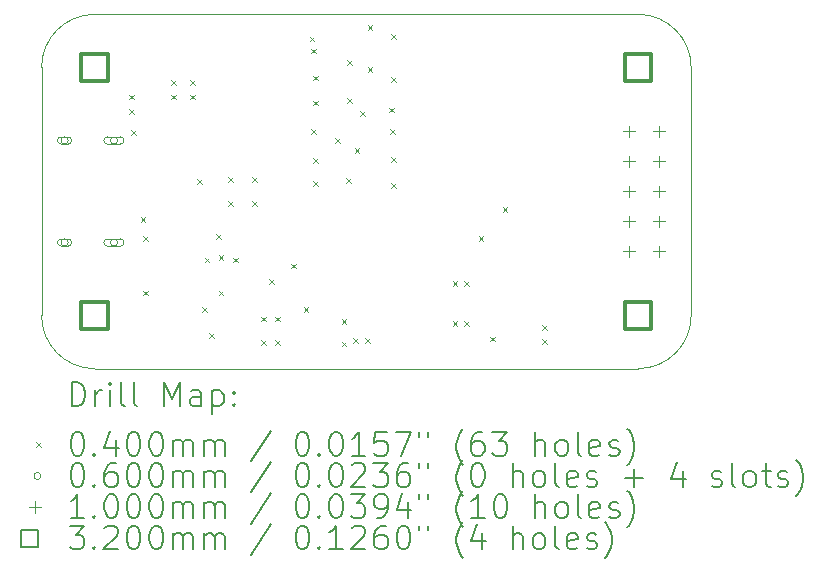
<source format=gbr>
%TF.GenerationSoftware,KiCad,Pcbnew,7.0.10*%
%TF.CreationDate,2024-01-22T13:51:18-08:00*%
%TF.ProjectId,esp32-prog,65737033-322d-4707-926f-672e6b696361,rev2*%
%TF.SameCoordinates,PX47868c0PY36d6160*%
%TF.FileFunction,Drillmap*%
%TF.FilePolarity,Positive*%
%FSLAX45Y45*%
G04 Gerber Fmt 4.5, Leading zero omitted, Abs format (unit mm)*
G04 Created by KiCad (PCBNEW 7.0.10) date 2024-01-22 13:51:18*
%MOMM*%
%LPD*%
G01*
G04 APERTURE LIST*
%ADD10C,0.100000*%
%ADD11C,0.200000*%
%ADD12C,0.320000*%
G04 APERTURE END LIST*
D10*
X0Y-2550000D02*
G75*
G03*
X450000Y-3000000I450000J0D01*
G01*
X5050000Y0D02*
X450000Y0D01*
X5500000Y-450000D02*
X5500000Y-2550000D01*
X5500000Y-450000D02*
G75*
G03*
X5050000Y0I-450000J0D01*
G01*
X0Y-2550000D02*
X0Y-450000D01*
X450000Y0D02*
G75*
G03*
X0Y-450000I0J-450000D01*
G01*
X5050000Y-3000000D02*
G75*
G03*
X5500000Y-2550000I0J450000D01*
G01*
X5050000Y-3000000D02*
X450000Y-3000000D01*
D11*
D10*
X740000Y-680000D02*
X780000Y-720000D01*
X780000Y-680000D02*
X740000Y-720000D01*
X740000Y-800000D02*
X780000Y-840000D01*
X780000Y-800000D02*
X740000Y-840000D01*
X760000Y-980000D02*
X800000Y-1020000D01*
X800000Y-980000D02*
X760000Y-1020000D01*
X840000Y-1720000D02*
X880000Y-1760000D01*
X880000Y-1720000D02*
X840000Y-1760000D01*
X860000Y-1880000D02*
X900000Y-1920000D01*
X900000Y-1880000D02*
X860000Y-1920000D01*
X860000Y-2340000D02*
X900000Y-2380000D01*
X900000Y-2340000D02*
X860000Y-2380000D01*
X1100000Y-560000D02*
X1140000Y-600000D01*
X1140000Y-560000D02*
X1100000Y-600000D01*
X1100000Y-680000D02*
X1140000Y-720000D01*
X1140000Y-680000D02*
X1100000Y-720000D01*
X1260000Y-560000D02*
X1300000Y-600000D01*
X1300000Y-560000D02*
X1260000Y-600000D01*
X1260000Y-680000D02*
X1300000Y-720000D01*
X1300000Y-680000D02*
X1260000Y-720000D01*
X1315000Y-1397500D02*
X1355000Y-1437500D01*
X1355000Y-1397500D02*
X1315000Y-1437500D01*
X1360000Y-2480000D02*
X1400000Y-2520000D01*
X1400000Y-2480000D02*
X1360000Y-2520000D01*
X1380000Y-2060000D02*
X1420000Y-2100000D01*
X1420000Y-2060000D02*
X1380000Y-2100000D01*
X1420000Y-2700000D02*
X1460000Y-2740000D01*
X1460000Y-2700000D02*
X1420000Y-2740000D01*
X1480000Y-1860000D02*
X1520000Y-1900000D01*
X1520000Y-1860000D02*
X1480000Y-1900000D01*
X1500000Y-2040000D02*
X1540000Y-2080000D01*
X1540000Y-2040000D02*
X1500000Y-2080000D01*
X1500000Y-2340000D02*
X1540000Y-2380000D01*
X1540000Y-2340000D02*
X1500000Y-2380000D01*
X1580000Y-1380000D02*
X1620000Y-1420000D01*
X1620000Y-1380000D02*
X1580000Y-1420000D01*
X1580000Y-1580000D02*
X1620000Y-1620000D01*
X1620000Y-1580000D02*
X1580000Y-1620000D01*
X1620000Y-2060000D02*
X1660000Y-2100000D01*
X1660000Y-2060000D02*
X1620000Y-2100000D01*
X1780000Y-1380000D02*
X1820000Y-1420000D01*
X1820000Y-1380000D02*
X1780000Y-1420000D01*
X1780000Y-1580000D02*
X1820000Y-1620000D01*
X1820000Y-1580000D02*
X1780000Y-1620000D01*
X1860000Y-2560000D02*
X1900000Y-2600000D01*
X1900000Y-2560000D02*
X1860000Y-2600000D01*
X1860000Y-2760000D02*
X1900000Y-2800000D01*
X1900000Y-2760000D02*
X1860000Y-2800000D01*
X1927500Y-2240000D02*
X1967500Y-2280000D01*
X1967500Y-2240000D02*
X1927500Y-2280000D01*
X1980000Y-2560000D02*
X2020000Y-2600000D01*
X2020000Y-2560000D02*
X1980000Y-2600000D01*
X1980000Y-2760000D02*
X2020000Y-2800000D01*
X2020000Y-2760000D02*
X1980000Y-2800000D01*
X2112500Y-2110000D02*
X2152500Y-2150000D01*
X2152500Y-2110000D02*
X2112500Y-2150000D01*
X2220000Y-2480000D02*
X2260000Y-2520000D01*
X2260000Y-2480000D02*
X2220000Y-2520000D01*
X2270000Y-190000D02*
X2310000Y-230000D01*
X2310000Y-190000D02*
X2270000Y-230000D01*
X2280000Y-290000D02*
X2320000Y-330000D01*
X2320000Y-290000D02*
X2280000Y-330000D01*
X2280000Y-970000D02*
X2320000Y-1010000D01*
X2320000Y-970000D02*
X2280000Y-1010000D01*
X2300000Y-520000D02*
X2340000Y-560000D01*
X2340000Y-520000D02*
X2300000Y-560000D01*
X2300000Y-730000D02*
X2340000Y-770000D01*
X2340000Y-730000D02*
X2300000Y-770000D01*
X2300000Y-1220000D02*
X2340000Y-1260000D01*
X2340000Y-1220000D02*
X2300000Y-1260000D01*
X2300000Y-1410000D02*
X2340000Y-1450000D01*
X2340000Y-1410000D02*
X2300000Y-1450000D01*
X2488000Y-1050000D02*
X2528000Y-1090000D01*
X2528000Y-1050000D02*
X2488000Y-1090000D01*
X2540000Y-2580000D02*
X2580000Y-2620000D01*
X2580000Y-2580000D02*
X2540000Y-2620000D01*
X2540000Y-2771000D02*
X2580000Y-2811000D01*
X2580000Y-2771000D02*
X2540000Y-2811000D01*
X2580000Y-1390000D02*
X2620000Y-1430000D01*
X2620000Y-1390000D02*
X2580000Y-1430000D01*
X2590000Y-390000D02*
X2630000Y-430000D01*
X2630000Y-390000D02*
X2590000Y-430000D01*
X2590000Y-710000D02*
X2630000Y-750000D01*
X2630000Y-710000D02*
X2590000Y-750000D01*
X2640000Y-2740000D02*
X2680000Y-2780000D01*
X2680000Y-2740000D02*
X2640000Y-2780000D01*
X2650000Y-1130000D02*
X2690000Y-1170000D01*
X2690000Y-1130000D02*
X2650000Y-1170000D01*
X2700000Y-820000D02*
X2740000Y-860000D01*
X2740000Y-820000D02*
X2700000Y-860000D01*
X2740000Y-2740000D02*
X2780000Y-2780000D01*
X2780000Y-2740000D02*
X2740000Y-2780000D01*
X2760000Y-90000D02*
X2800000Y-130000D01*
X2800000Y-90000D02*
X2760000Y-130000D01*
X2760000Y-450000D02*
X2800000Y-490000D01*
X2800000Y-450000D02*
X2760000Y-490000D01*
X2940000Y-790000D02*
X2980000Y-830000D01*
X2980000Y-790000D02*
X2940000Y-830000D01*
X2950000Y-970000D02*
X2990000Y-1010000D01*
X2990000Y-970000D02*
X2950000Y-1010000D01*
X2960000Y-167140D02*
X3000000Y-207140D01*
X3000000Y-167140D02*
X2960000Y-207140D01*
X2960000Y-530000D02*
X3000000Y-570000D01*
X3000000Y-530000D02*
X2960000Y-570000D01*
X2960000Y-1210000D02*
X3000000Y-1250000D01*
X3000000Y-1210000D02*
X2960000Y-1250000D01*
X2960000Y-1430000D02*
X3000000Y-1470000D01*
X3000000Y-1430000D02*
X2960000Y-1470000D01*
X3480000Y-2260000D02*
X3520000Y-2300000D01*
X3520000Y-2260000D02*
X3480000Y-2300000D01*
X3480000Y-2600000D02*
X3520000Y-2640000D01*
X3520000Y-2600000D02*
X3480000Y-2640000D01*
X3580000Y-2260000D02*
X3620000Y-2300000D01*
X3620000Y-2260000D02*
X3580000Y-2300000D01*
X3580000Y-2600000D02*
X3620000Y-2640000D01*
X3620000Y-2600000D02*
X3580000Y-2640000D01*
X3700000Y-1880000D02*
X3740000Y-1920000D01*
X3740000Y-1880000D02*
X3700000Y-1920000D01*
X3799949Y-2729555D02*
X3839949Y-2769555D01*
X3839949Y-2729555D02*
X3799949Y-2769555D01*
X3905000Y-1630000D02*
X3945000Y-1670000D01*
X3945000Y-1630000D02*
X3905000Y-1670000D01*
X4240000Y-2630000D02*
X4280000Y-2670000D01*
X4280000Y-2630000D02*
X4240000Y-2670000D01*
X4240000Y-2750000D02*
X4280000Y-2790000D01*
X4280000Y-2750000D02*
X4240000Y-2790000D01*
X225000Y-1068000D02*
G75*
G03*
X165000Y-1068000I-30000J0D01*
G01*
X165000Y-1068000D02*
G75*
G03*
X225000Y-1068000I30000J0D01*
G01*
X225000Y-1038000D02*
X165000Y-1038000D01*
X165000Y-1038000D02*
G75*
G03*
X165000Y-1098000I0J-30000D01*
G01*
X165000Y-1098000D02*
X225000Y-1098000D01*
X225000Y-1098000D02*
G75*
G03*
X225000Y-1038000I0J30000D01*
G01*
X225000Y-1932000D02*
G75*
G03*
X165000Y-1932000I-30000J0D01*
G01*
X165000Y-1932000D02*
G75*
G03*
X225000Y-1932000I30000J0D01*
G01*
X225000Y-1902000D02*
X165000Y-1902000D01*
X165000Y-1902000D02*
G75*
G03*
X165000Y-1962000I0J-30000D01*
G01*
X165000Y-1962000D02*
X225000Y-1962000D01*
X225000Y-1962000D02*
G75*
G03*
X225000Y-1902000I0J30000D01*
G01*
X643000Y-1068000D02*
G75*
G03*
X583000Y-1068000I-30000J0D01*
G01*
X583000Y-1068000D02*
G75*
G03*
X643000Y-1068000I30000J0D01*
G01*
X668000Y-1038000D02*
X558000Y-1038000D01*
X558000Y-1038000D02*
G75*
G03*
X558000Y-1098000I0J-30000D01*
G01*
X558000Y-1098000D02*
X668000Y-1098000D01*
X668000Y-1098000D02*
G75*
G03*
X668000Y-1038000I0J30000D01*
G01*
X643000Y-1932000D02*
G75*
G03*
X583000Y-1932000I-30000J0D01*
G01*
X583000Y-1932000D02*
G75*
G03*
X643000Y-1932000I30000J0D01*
G01*
X668000Y-1902000D02*
X558000Y-1902000D01*
X558000Y-1902000D02*
G75*
G03*
X558000Y-1962000I0J-30000D01*
G01*
X558000Y-1962000D02*
X668000Y-1962000D01*
X668000Y-1962000D02*
G75*
G03*
X668000Y-1902000I0J30000D01*
G01*
X4973500Y-941500D02*
X4973500Y-1041500D01*
X4923500Y-991500D02*
X5023500Y-991500D01*
X4973500Y-1195500D02*
X4973500Y-1295500D01*
X4923500Y-1245500D02*
X5023500Y-1245500D01*
X4973500Y-1449500D02*
X4973500Y-1549500D01*
X4923500Y-1499500D02*
X5023500Y-1499500D01*
X4973500Y-1703500D02*
X4973500Y-1803500D01*
X4923500Y-1753500D02*
X5023500Y-1753500D01*
X4973500Y-1957500D02*
X4973500Y-2057500D01*
X4923500Y-2007500D02*
X5023500Y-2007500D01*
X5227500Y-941500D02*
X5227500Y-1041500D01*
X5177500Y-991500D02*
X5277500Y-991500D01*
X5227500Y-1195500D02*
X5227500Y-1295500D01*
X5177500Y-1245500D02*
X5277500Y-1245500D01*
X5227500Y-1449500D02*
X5227500Y-1549500D01*
X5177500Y-1499500D02*
X5277500Y-1499500D01*
X5227500Y-1703500D02*
X5227500Y-1803500D01*
X5177500Y-1753500D02*
X5277500Y-1753500D01*
X5227500Y-1957500D02*
X5227500Y-2057500D01*
X5177500Y-2007500D02*
X5277500Y-2007500D01*
D12*
X563138Y-563138D02*
X563138Y-336862D01*
X336862Y-336862D01*
X336862Y-563138D01*
X563138Y-563138D01*
X563138Y-2663138D02*
X563138Y-2436862D01*
X336862Y-2436862D01*
X336862Y-2663138D01*
X563138Y-2663138D01*
X5163138Y-563138D02*
X5163138Y-336862D01*
X4936862Y-336862D01*
X4936862Y-563138D01*
X5163138Y-563138D01*
X5163138Y-2663138D02*
X5163138Y-2436862D01*
X4936862Y-2436862D01*
X4936862Y-2663138D01*
X5163138Y-2663138D01*
D11*
X255777Y-3316484D02*
X255777Y-3116484D01*
X255777Y-3116484D02*
X303396Y-3116484D01*
X303396Y-3116484D02*
X331967Y-3126008D01*
X331967Y-3126008D02*
X351015Y-3145055D01*
X351015Y-3145055D02*
X360539Y-3164103D01*
X360539Y-3164103D02*
X370062Y-3202198D01*
X370062Y-3202198D02*
X370062Y-3230769D01*
X370062Y-3230769D02*
X360539Y-3268865D01*
X360539Y-3268865D02*
X351015Y-3287912D01*
X351015Y-3287912D02*
X331967Y-3306960D01*
X331967Y-3306960D02*
X303396Y-3316484D01*
X303396Y-3316484D02*
X255777Y-3316484D01*
X455777Y-3316484D02*
X455777Y-3183150D01*
X455777Y-3221246D02*
X465301Y-3202198D01*
X465301Y-3202198D02*
X474824Y-3192674D01*
X474824Y-3192674D02*
X493872Y-3183150D01*
X493872Y-3183150D02*
X512920Y-3183150D01*
X579586Y-3316484D02*
X579586Y-3183150D01*
X579586Y-3116484D02*
X570063Y-3126008D01*
X570063Y-3126008D02*
X579586Y-3135531D01*
X579586Y-3135531D02*
X589110Y-3126008D01*
X589110Y-3126008D02*
X579586Y-3116484D01*
X579586Y-3116484D02*
X579586Y-3135531D01*
X703396Y-3316484D02*
X684348Y-3306960D01*
X684348Y-3306960D02*
X674824Y-3287912D01*
X674824Y-3287912D02*
X674824Y-3116484D01*
X808158Y-3316484D02*
X789110Y-3306960D01*
X789110Y-3306960D02*
X779586Y-3287912D01*
X779586Y-3287912D02*
X779586Y-3116484D01*
X1036729Y-3316484D02*
X1036729Y-3116484D01*
X1036729Y-3116484D02*
X1103396Y-3259341D01*
X1103396Y-3259341D02*
X1170063Y-3116484D01*
X1170063Y-3116484D02*
X1170063Y-3316484D01*
X1351015Y-3316484D02*
X1351015Y-3211722D01*
X1351015Y-3211722D02*
X1341491Y-3192674D01*
X1341491Y-3192674D02*
X1322444Y-3183150D01*
X1322444Y-3183150D02*
X1284348Y-3183150D01*
X1284348Y-3183150D02*
X1265301Y-3192674D01*
X1351015Y-3306960D02*
X1331967Y-3316484D01*
X1331967Y-3316484D02*
X1284348Y-3316484D01*
X1284348Y-3316484D02*
X1265301Y-3306960D01*
X1265301Y-3306960D02*
X1255777Y-3287912D01*
X1255777Y-3287912D02*
X1255777Y-3268865D01*
X1255777Y-3268865D02*
X1265301Y-3249817D01*
X1265301Y-3249817D02*
X1284348Y-3240293D01*
X1284348Y-3240293D02*
X1331967Y-3240293D01*
X1331967Y-3240293D02*
X1351015Y-3230769D01*
X1446253Y-3183150D02*
X1446253Y-3383150D01*
X1446253Y-3192674D02*
X1465301Y-3183150D01*
X1465301Y-3183150D02*
X1503396Y-3183150D01*
X1503396Y-3183150D02*
X1522443Y-3192674D01*
X1522443Y-3192674D02*
X1531967Y-3202198D01*
X1531967Y-3202198D02*
X1541491Y-3221246D01*
X1541491Y-3221246D02*
X1541491Y-3278388D01*
X1541491Y-3278388D02*
X1531967Y-3297436D01*
X1531967Y-3297436D02*
X1522443Y-3306960D01*
X1522443Y-3306960D02*
X1503396Y-3316484D01*
X1503396Y-3316484D02*
X1465301Y-3316484D01*
X1465301Y-3316484D02*
X1446253Y-3306960D01*
X1627205Y-3297436D02*
X1636729Y-3306960D01*
X1636729Y-3306960D02*
X1627205Y-3316484D01*
X1627205Y-3316484D02*
X1617682Y-3306960D01*
X1617682Y-3306960D02*
X1627205Y-3297436D01*
X1627205Y-3297436D02*
X1627205Y-3316484D01*
X1627205Y-3192674D02*
X1636729Y-3202198D01*
X1636729Y-3202198D02*
X1627205Y-3211722D01*
X1627205Y-3211722D02*
X1617682Y-3202198D01*
X1617682Y-3202198D02*
X1627205Y-3192674D01*
X1627205Y-3192674D02*
X1627205Y-3211722D01*
D10*
X-45000Y-3625000D02*
X-5000Y-3665000D01*
X-5000Y-3625000D02*
X-45000Y-3665000D01*
D11*
X293872Y-3536484D02*
X312920Y-3536484D01*
X312920Y-3536484D02*
X331967Y-3546008D01*
X331967Y-3546008D02*
X341491Y-3555531D01*
X341491Y-3555531D02*
X351015Y-3574579D01*
X351015Y-3574579D02*
X360539Y-3612674D01*
X360539Y-3612674D02*
X360539Y-3660293D01*
X360539Y-3660293D02*
X351015Y-3698388D01*
X351015Y-3698388D02*
X341491Y-3717436D01*
X341491Y-3717436D02*
X331967Y-3726960D01*
X331967Y-3726960D02*
X312920Y-3736484D01*
X312920Y-3736484D02*
X293872Y-3736484D01*
X293872Y-3736484D02*
X274824Y-3726960D01*
X274824Y-3726960D02*
X265301Y-3717436D01*
X265301Y-3717436D02*
X255777Y-3698388D01*
X255777Y-3698388D02*
X246253Y-3660293D01*
X246253Y-3660293D02*
X246253Y-3612674D01*
X246253Y-3612674D02*
X255777Y-3574579D01*
X255777Y-3574579D02*
X265301Y-3555531D01*
X265301Y-3555531D02*
X274824Y-3546008D01*
X274824Y-3546008D02*
X293872Y-3536484D01*
X446253Y-3717436D02*
X455777Y-3726960D01*
X455777Y-3726960D02*
X446253Y-3736484D01*
X446253Y-3736484D02*
X436729Y-3726960D01*
X436729Y-3726960D02*
X446253Y-3717436D01*
X446253Y-3717436D02*
X446253Y-3736484D01*
X627205Y-3603150D02*
X627205Y-3736484D01*
X579586Y-3526960D02*
X531967Y-3669817D01*
X531967Y-3669817D02*
X655777Y-3669817D01*
X770062Y-3536484D02*
X789110Y-3536484D01*
X789110Y-3536484D02*
X808158Y-3546008D01*
X808158Y-3546008D02*
X817682Y-3555531D01*
X817682Y-3555531D02*
X827205Y-3574579D01*
X827205Y-3574579D02*
X836729Y-3612674D01*
X836729Y-3612674D02*
X836729Y-3660293D01*
X836729Y-3660293D02*
X827205Y-3698388D01*
X827205Y-3698388D02*
X817682Y-3717436D01*
X817682Y-3717436D02*
X808158Y-3726960D01*
X808158Y-3726960D02*
X789110Y-3736484D01*
X789110Y-3736484D02*
X770062Y-3736484D01*
X770062Y-3736484D02*
X751015Y-3726960D01*
X751015Y-3726960D02*
X741491Y-3717436D01*
X741491Y-3717436D02*
X731967Y-3698388D01*
X731967Y-3698388D02*
X722443Y-3660293D01*
X722443Y-3660293D02*
X722443Y-3612674D01*
X722443Y-3612674D02*
X731967Y-3574579D01*
X731967Y-3574579D02*
X741491Y-3555531D01*
X741491Y-3555531D02*
X751015Y-3546008D01*
X751015Y-3546008D02*
X770062Y-3536484D01*
X960539Y-3536484D02*
X979586Y-3536484D01*
X979586Y-3536484D02*
X998634Y-3546008D01*
X998634Y-3546008D02*
X1008158Y-3555531D01*
X1008158Y-3555531D02*
X1017682Y-3574579D01*
X1017682Y-3574579D02*
X1027205Y-3612674D01*
X1027205Y-3612674D02*
X1027205Y-3660293D01*
X1027205Y-3660293D02*
X1017682Y-3698388D01*
X1017682Y-3698388D02*
X1008158Y-3717436D01*
X1008158Y-3717436D02*
X998634Y-3726960D01*
X998634Y-3726960D02*
X979586Y-3736484D01*
X979586Y-3736484D02*
X960539Y-3736484D01*
X960539Y-3736484D02*
X941491Y-3726960D01*
X941491Y-3726960D02*
X931967Y-3717436D01*
X931967Y-3717436D02*
X922443Y-3698388D01*
X922443Y-3698388D02*
X912920Y-3660293D01*
X912920Y-3660293D02*
X912920Y-3612674D01*
X912920Y-3612674D02*
X922443Y-3574579D01*
X922443Y-3574579D02*
X931967Y-3555531D01*
X931967Y-3555531D02*
X941491Y-3546008D01*
X941491Y-3546008D02*
X960539Y-3536484D01*
X1112920Y-3736484D02*
X1112920Y-3603150D01*
X1112920Y-3622198D02*
X1122444Y-3612674D01*
X1122444Y-3612674D02*
X1141491Y-3603150D01*
X1141491Y-3603150D02*
X1170063Y-3603150D01*
X1170063Y-3603150D02*
X1189110Y-3612674D01*
X1189110Y-3612674D02*
X1198634Y-3631722D01*
X1198634Y-3631722D02*
X1198634Y-3736484D01*
X1198634Y-3631722D02*
X1208158Y-3612674D01*
X1208158Y-3612674D02*
X1227205Y-3603150D01*
X1227205Y-3603150D02*
X1255777Y-3603150D01*
X1255777Y-3603150D02*
X1274825Y-3612674D01*
X1274825Y-3612674D02*
X1284348Y-3631722D01*
X1284348Y-3631722D02*
X1284348Y-3736484D01*
X1379586Y-3736484D02*
X1379586Y-3603150D01*
X1379586Y-3622198D02*
X1389110Y-3612674D01*
X1389110Y-3612674D02*
X1408158Y-3603150D01*
X1408158Y-3603150D02*
X1436729Y-3603150D01*
X1436729Y-3603150D02*
X1455777Y-3612674D01*
X1455777Y-3612674D02*
X1465301Y-3631722D01*
X1465301Y-3631722D02*
X1465301Y-3736484D01*
X1465301Y-3631722D02*
X1474824Y-3612674D01*
X1474824Y-3612674D02*
X1493872Y-3603150D01*
X1493872Y-3603150D02*
X1522443Y-3603150D01*
X1522443Y-3603150D02*
X1541491Y-3612674D01*
X1541491Y-3612674D02*
X1551015Y-3631722D01*
X1551015Y-3631722D02*
X1551015Y-3736484D01*
X1941491Y-3526960D02*
X1770063Y-3784103D01*
X2198634Y-3536484D02*
X2217682Y-3536484D01*
X2217682Y-3536484D02*
X2236729Y-3546008D01*
X2236729Y-3546008D02*
X2246253Y-3555531D01*
X2246253Y-3555531D02*
X2255777Y-3574579D01*
X2255777Y-3574579D02*
X2265301Y-3612674D01*
X2265301Y-3612674D02*
X2265301Y-3660293D01*
X2265301Y-3660293D02*
X2255777Y-3698388D01*
X2255777Y-3698388D02*
X2246253Y-3717436D01*
X2246253Y-3717436D02*
X2236729Y-3726960D01*
X2236729Y-3726960D02*
X2217682Y-3736484D01*
X2217682Y-3736484D02*
X2198634Y-3736484D01*
X2198634Y-3736484D02*
X2179587Y-3726960D01*
X2179587Y-3726960D02*
X2170063Y-3717436D01*
X2170063Y-3717436D02*
X2160539Y-3698388D01*
X2160539Y-3698388D02*
X2151015Y-3660293D01*
X2151015Y-3660293D02*
X2151015Y-3612674D01*
X2151015Y-3612674D02*
X2160539Y-3574579D01*
X2160539Y-3574579D02*
X2170063Y-3555531D01*
X2170063Y-3555531D02*
X2179587Y-3546008D01*
X2179587Y-3546008D02*
X2198634Y-3536484D01*
X2351015Y-3717436D02*
X2360539Y-3726960D01*
X2360539Y-3726960D02*
X2351015Y-3736484D01*
X2351015Y-3736484D02*
X2341491Y-3726960D01*
X2341491Y-3726960D02*
X2351015Y-3717436D01*
X2351015Y-3717436D02*
X2351015Y-3736484D01*
X2484348Y-3536484D02*
X2503396Y-3536484D01*
X2503396Y-3536484D02*
X2522444Y-3546008D01*
X2522444Y-3546008D02*
X2531968Y-3555531D01*
X2531968Y-3555531D02*
X2541491Y-3574579D01*
X2541491Y-3574579D02*
X2551015Y-3612674D01*
X2551015Y-3612674D02*
X2551015Y-3660293D01*
X2551015Y-3660293D02*
X2541491Y-3698388D01*
X2541491Y-3698388D02*
X2531968Y-3717436D01*
X2531968Y-3717436D02*
X2522444Y-3726960D01*
X2522444Y-3726960D02*
X2503396Y-3736484D01*
X2503396Y-3736484D02*
X2484348Y-3736484D01*
X2484348Y-3736484D02*
X2465301Y-3726960D01*
X2465301Y-3726960D02*
X2455777Y-3717436D01*
X2455777Y-3717436D02*
X2446253Y-3698388D01*
X2446253Y-3698388D02*
X2436729Y-3660293D01*
X2436729Y-3660293D02*
X2436729Y-3612674D01*
X2436729Y-3612674D02*
X2446253Y-3574579D01*
X2446253Y-3574579D02*
X2455777Y-3555531D01*
X2455777Y-3555531D02*
X2465301Y-3546008D01*
X2465301Y-3546008D02*
X2484348Y-3536484D01*
X2741491Y-3736484D02*
X2627206Y-3736484D01*
X2684348Y-3736484D02*
X2684348Y-3536484D01*
X2684348Y-3536484D02*
X2665301Y-3565055D01*
X2665301Y-3565055D02*
X2646253Y-3584103D01*
X2646253Y-3584103D02*
X2627206Y-3593627D01*
X2922444Y-3536484D02*
X2827206Y-3536484D01*
X2827206Y-3536484D02*
X2817682Y-3631722D01*
X2817682Y-3631722D02*
X2827206Y-3622198D01*
X2827206Y-3622198D02*
X2846253Y-3612674D01*
X2846253Y-3612674D02*
X2893872Y-3612674D01*
X2893872Y-3612674D02*
X2912920Y-3622198D01*
X2912920Y-3622198D02*
X2922444Y-3631722D01*
X2922444Y-3631722D02*
X2931967Y-3650769D01*
X2931967Y-3650769D02*
X2931967Y-3698388D01*
X2931967Y-3698388D02*
X2922444Y-3717436D01*
X2922444Y-3717436D02*
X2912920Y-3726960D01*
X2912920Y-3726960D02*
X2893872Y-3736484D01*
X2893872Y-3736484D02*
X2846253Y-3736484D01*
X2846253Y-3736484D02*
X2827206Y-3726960D01*
X2827206Y-3726960D02*
X2817682Y-3717436D01*
X2998634Y-3536484D02*
X3131967Y-3536484D01*
X3131967Y-3536484D02*
X3046253Y-3736484D01*
X3198634Y-3536484D02*
X3198634Y-3574579D01*
X3274825Y-3536484D02*
X3274825Y-3574579D01*
X3570063Y-3812674D02*
X3560539Y-3803150D01*
X3560539Y-3803150D02*
X3541491Y-3774579D01*
X3541491Y-3774579D02*
X3531968Y-3755531D01*
X3531968Y-3755531D02*
X3522444Y-3726960D01*
X3522444Y-3726960D02*
X3512920Y-3679341D01*
X3512920Y-3679341D02*
X3512920Y-3641246D01*
X3512920Y-3641246D02*
X3522444Y-3593627D01*
X3522444Y-3593627D02*
X3531968Y-3565055D01*
X3531968Y-3565055D02*
X3541491Y-3546008D01*
X3541491Y-3546008D02*
X3560539Y-3517436D01*
X3560539Y-3517436D02*
X3570063Y-3507912D01*
X3731968Y-3536484D02*
X3693872Y-3536484D01*
X3693872Y-3536484D02*
X3674825Y-3546008D01*
X3674825Y-3546008D02*
X3665301Y-3555531D01*
X3665301Y-3555531D02*
X3646253Y-3584103D01*
X3646253Y-3584103D02*
X3636729Y-3622198D01*
X3636729Y-3622198D02*
X3636729Y-3698388D01*
X3636729Y-3698388D02*
X3646253Y-3717436D01*
X3646253Y-3717436D02*
X3655777Y-3726960D01*
X3655777Y-3726960D02*
X3674825Y-3736484D01*
X3674825Y-3736484D02*
X3712920Y-3736484D01*
X3712920Y-3736484D02*
X3731968Y-3726960D01*
X3731968Y-3726960D02*
X3741491Y-3717436D01*
X3741491Y-3717436D02*
X3751015Y-3698388D01*
X3751015Y-3698388D02*
X3751015Y-3650769D01*
X3751015Y-3650769D02*
X3741491Y-3631722D01*
X3741491Y-3631722D02*
X3731968Y-3622198D01*
X3731968Y-3622198D02*
X3712920Y-3612674D01*
X3712920Y-3612674D02*
X3674825Y-3612674D01*
X3674825Y-3612674D02*
X3655777Y-3622198D01*
X3655777Y-3622198D02*
X3646253Y-3631722D01*
X3646253Y-3631722D02*
X3636729Y-3650769D01*
X3817682Y-3536484D02*
X3941491Y-3536484D01*
X3941491Y-3536484D02*
X3874825Y-3612674D01*
X3874825Y-3612674D02*
X3903396Y-3612674D01*
X3903396Y-3612674D02*
X3922444Y-3622198D01*
X3922444Y-3622198D02*
X3931968Y-3631722D01*
X3931968Y-3631722D02*
X3941491Y-3650769D01*
X3941491Y-3650769D02*
X3941491Y-3698388D01*
X3941491Y-3698388D02*
X3931968Y-3717436D01*
X3931968Y-3717436D02*
X3922444Y-3726960D01*
X3922444Y-3726960D02*
X3903396Y-3736484D01*
X3903396Y-3736484D02*
X3846253Y-3736484D01*
X3846253Y-3736484D02*
X3827206Y-3726960D01*
X3827206Y-3726960D02*
X3817682Y-3717436D01*
X4179587Y-3736484D02*
X4179587Y-3536484D01*
X4265301Y-3736484D02*
X4265301Y-3631722D01*
X4265301Y-3631722D02*
X4255777Y-3612674D01*
X4255777Y-3612674D02*
X4236730Y-3603150D01*
X4236730Y-3603150D02*
X4208158Y-3603150D01*
X4208158Y-3603150D02*
X4189110Y-3612674D01*
X4189110Y-3612674D02*
X4179587Y-3622198D01*
X4389111Y-3736484D02*
X4370063Y-3726960D01*
X4370063Y-3726960D02*
X4360539Y-3717436D01*
X4360539Y-3717436D02*
X4351015Y-3698388D01*
X4351015Y-3698388D02*
X4351015Y-3641246D01*
X4351015Y-3641246D02*
X4360539Y-3622198D01*
X4360539Y-3622198D02*
X4370063Y-3612674D01*
X4370063Y-3612674D02*
X4389111Y-3603150D01*
X4389111Y-3603150D02*
X4417682Y-3603150D01*
X4417682Y-3603150D02*
X4436730Y-3612674D01*
X4436730Y-3612674D02*
X4446253Y-3622198D01*
X4446253Y-3622198D02*
X4455777Y-3641246D01*
X4455777Y-3641246D02*
X4455777Y-3698388D01*
X4455777Y-3698388D02*
X4446253Y-3717436D01*
X4446253Y-3717436D02*
X4436730Y-3726960D01*
X4436730Y-3726960D02*
X4417682Y-3736484D01*
X4417682Y-3736484D02*
X4389111Y-3736484D01*
X4570063Y-3736484D02*
X4551015Y-3726960D01*
X4551015Y-3726960D02*
X4541492Y-3707912D01*
X4541492Y-3707912D02*
X4541492Y-3536484D01*
X4722444Y-3726960D02*
X4703396Y-3736484D01*
X4703396Y-3736484D02*
X4665301Y-3736484D01*
X4665301Y-3736484D02*
X4646253Y-3726960D01*
X4646253Y-3726960D02*
X4636730Y-3707912D01*
X4636730Y-3707912D02*
X4636730Y-3631722D01*
X4636730Y-3631722D02*
X4646253Y-3612674D01*
X4646253Y-3612674D02*
X4665301Y-3603150D01*
X4665301Y-3603150D02*
X4703396Y-3603150D01*
X4703396Y-3603150D02*
X4722444Y-3612674D01*
X4722444Y-3612674D02*
X4731968Y-3631722D01*
X4731968Y-3631722D02*
X4731968Y-3650769D01*
X4731968Y-3650769D02*
X4636730Y-3669817D01*
X4808158Y-3726960D02*
X4827206Y-3736484D01*
X4827206Y-3736484D02*
X4865301Y-3736484D01*
X4865301Y-3736484D02*
X4884349Y-3726960D01*
X4884349Y-3726960D02*
X4893873Y-3707912D01*
X4893873Y-3707912D02*
X4893873Y-3698388D01*
X4893873Y-3698388D02*
X4884349Y-3679341D01*
X4884349Y-3679341D02*
X4865301Y-3669817D01*
X4865301Y-3669817D02*
X4836730Y-3669817D01*
X4836730Y-3669817D02*
X4817682Y-3660293D01*
X4817682Y-3660293D02*
X4808158Y-3641246D01*
X4808158Y-3641246D02*
X4808158Y-3631722D01*
X4808158Y-3631722D02*
X4817682Y-3612674D01*
X4817682Y-3612674D02*
X4836730Y-3603150D01*
X4836730Y-3603150D02*
X4865301Y-3603150D01*
X4865301Y-3603150D02*
X4884349Y-3612674D01*
X4960539Y-3812674D02*
X4970063Y-3803150D01*
X4970063Y-3803150D02*
X4989111Y-3774579D01*
X4989111Y-3774579D02*
X4998634Y-3755531D01*
X4998634Y-3755531D02*
X5008158Y-3726960D01*
X5008158Y-3726960D02*
X5017682Y-3679341D01*
X5017682Y-3679341D02*
X5017682Y-3641246D01*
X5017682Y-3641246D02*
X5008158Y-3593627D01*
X5008158Y-3593627D02*
X4998634Y-3565055D01*
X4998634Y-3565055D02*
X4989111Y-3546008D01*
X4989111Y-3546008D02*
X4970063Y-3517436D01*
X4970063Y-3517436D02*
X4960539Y-3507912D01*
D10*
X-5000Y-3909000D02*
G75*
G03*
X-65000Y-3909000I-30000J0D01*
G01*
X-65000Y-3909000D02*
G75*
G03*
X-5000Y-3909000I30000J0D01*
G01*
D11*
X293872Y-3800484D02*
X312920Y-3800484D01*
X312920Y-3800484D02*
X331967Y-3810008D01*
X331967Y-3810008D02*
X341491Y-3819531D01*
X341491Y-3819531D02*
X351015Y-3838579D01*
X351015Y-3838579D02*
X360539Y-3876674D01*
X360539Y-3876674D02*
X360539Y-3924293D01*
X360539Y-3924293D02*
X351015Y-3962388D01*
X351015Y-3962388D02*
X341491Y-3981436D01*
X341491Y-3981436D02*
X331967Y-3990960D01*
X331967Y-3990960D02*
X312920Y-4000484D01*
X312920Y-4000484D02*
X293872Y-4000484D01*
X293872Y-4000484D02*
X274824Y-3990960D01*
X274824Y-3990960D02*
X265301Y-3981436D01*
X265301Y-3981436D02*
X255777Y-3962388D01*
X255777Y-3962388D02*
X246253Y-3924293D01*
X246253Y-3924293D02*
X246253Y-3876674D01*
X246253Y-3876674D02*
X255777Y-3838579D01*
X255777Y-3838579D02*
X265301Y-3819531D01*
X265301Y-3819531D02*
X274824Y-3810008D01*
X274824Y-3810008D02*
X293872Y-3800484D01*
X446253Y-3981436D02*
X455777Y-3990960D01*
X455777Y-3990960D02*
X446253Y-4000484D01*
X446253Y-4000484D02*
X436729Y-3990960D01*
X436729Y-3990960D02*
X446253Y-3981436D01*
X446253Y-3981436D02*
X446253Y-4000484D01*
X627205Y-3800484D02*
X589110Y-3800484D01*
X589110Y-3800484D02*
X570063Y-3810008D01*
X570063Y-3810008D02*
X560539Y-3819531D01*
X560539Y-3819531D02*
X541491Y-3848103D01*
X541491Y-3848103D02*
X531967Y-3886198D01*
X531967Y-3886198D02*
X531967Y-3962388D01*
X531967Y-3962388D02*
X541491Y-3981436D01*
X541491Y-3981436D02*
X551015Y-3990960D01*
X551015Y-3990960D02*
X570063Y-4000484D01*
X570063Y-4000484D02*
X608158Y-4000484D01*
X608158Y-4000484D02*
X627205Y-3990960D01*
X627205Y-3990960D02*
X636729Y-3981436D01*
X636729Y-3981436D02*
X646253Y-3962388D01*
X646253Y-3962388D02*
X646253Y-3914769D01*
X646253Y-3914769D02*
X636729Y-3895722D01*
X636729Y-3895722D02*
X627205Y-3886198D01*
X627205Y-3886198D02*
X608158Y-3876674D01*
X608158Y-3876674D02*
X570063Y-3876674D01*
X570063Y-3876674D02*
X551015Y-3886198D01*
X551015Y-3886198D02*
X541491Y-3895722D01*
X541491Y-3895722D02*
X531967Y-3914769D01*
X770062Y-3800484D02*
X789110Y-3800484D01*
X789110Y-3800484D02*
X808158Y-3810008D01*
X808158Y-3810008D02*
X817682Y-3819531D01*
X817682Y-3819531D02*
X827205Y-3838579D01*
X827205Y-3838579D02*
X836729Y-3876674D01*
X836729Y-3876674D02*
X836729Y-3924293D01*
X836729Y-3924293D02*
X827205Y-3962388D01*
X827205Y-3962388D02*
X817682Y-3981436D01*
X817682Y-3981436D02*
X808158Y-3990960D01*
X808158Y-3990960D02*
X789110Y-4000484D01*
X789110Y-4000484D02*
X770062Y-4000484D01*
X770062Y-4000484D02*
X751015Y-3990960D01*
X751015Y-3990960D02*
X741491Y-3981436D01*
X741491Y-3981436D02*
X731967Y-3962388D01*
X731967Y-3962388D02*
X722443Y-3924293D01*
X722443Y-3924293D02*
X722443Y-3876674D01*
X722443Y-3876674D02*
X731967Y-3838579D01*
X731967Y-3838579D02*
X741491Y-3819531D01*
X741491Y-3819531D02*
X751015Y-3810008D01*
X751015Y-3810008D02*
X770062Y-3800484D01*
X960539Y-3800484D02*
X979586Y-3800484D01*
X979586Y-3800484D02*
X998634Y-3810008D01*
X998634Y-3810008D02*
X1008158Y-3819531D01*
X1008158Y-3819531D02*
X1017682Y-3838579D01*
X1017682Y-3838579D02*
X1027205Y-3876674D01*
X1027205Y-3876674D02*
X1027205Y-3924293D01*
X1027205Y-3924293D02*
X1017682Y-3962388D01*
X1017682Y-3962388D02*
X1008158Y-3981436D01*
X1008158Y-3981436D02*
X998634Y-3990960D01*
X998634Y-3990960D02*
X979586Y-4000484D01*
X979586Y-4000484D02*
X960539Y-4000484D01*
X960539Y-4000484D02*
X941491Y-3990960D01*
X941491Y-3990960D02*
X931967Y-3981436D01*
X931967Y-3981436D02*
X922443Y-3962388D01*
X922443Y-3962388D02*
X912920Y-3924293D01*
X912920Y-3924293D02*
X912920Y-3876674D01*
X912920Y-3876674D02*
X922443Y-3838579D01*
X922443Y-3838579D02*
X931967Y-3819531D01*
X931967Y-3819531D02*
X941491Y-3810008D01*
X941491Y-3810008D02*
X960539Y-3800484D01*
X1112920Y-4000484D02*
X1112920Y-3867150D01*
X1112920Y-3886198D02*
X1122444Y-3876674D01*
X1122444Y-3876674D02*
X1141491Y-3867150D01*
X1141491Y-3867150D02*
X1170063Y-3867150D01*
X1170063Y-3867150D02*
X1189110Y-3876674D01*
X1189110Y-3876674D02*
X1198634Y-3895722D01*
X1198634Y-3895722D02*
X1198634Y-4000484D01*
X1198634Y-3895722D02*
X1208158Y-3876674D01*
X1208158Y-3876674D02*
X1227205Y-3867150D01*
X1227205Y-3867150D02*
X1255777Y-3867150D01*
X1255777Y-3867150D02*
X1274825Y-3876674D01*
X1274825Y-3876674D02*
X1284348Y-3895722D01*
X1284348Y-3895722D02*
X1284348Y-4000484D01*
X1379586Y-4000484D02*
X1379586Y-3867150D01*
X1379586Y-3886198D02*
X1389110Y-3876674D01*
X1389110Y-3876674D02*
X1408158Y-3867150D01*
X1408158Y-3867150D02*
X1436729Y-3867150D01*
X1436729Y-3867150D02*
X1455777Y-3876674D01*
X1455777Y-3876674D02*
X1465301Y-3895722D01*
X1465301Y-3895722D02*
X1465301Y-4000484D01*
X1465301Y-3895722D02*
X1474824Y-3876674D01*
X1474824Y-3876674D02*
X1493872Y-3867150D01*
X1493872Y-3867150D02*
X1522443Y-3867150D01*
X1522443Y-3867150D02*
X1541491Y-3876674D01*
X1541491Y-3876674D02*
X1551015Y-3895722D01*
X1551015Y-3895722D02*
X1551015Y-4000484D01*
X1941491Y-3790960D02*
X1770063Y-4048103D01*
X2198634Y-3800484D02*
X2217682Y-3800484D01*
X2217682Y-3800484D02*
X2236729Y-3810008D01*
X2236729Y-3810008D02*
X2246253Y-3819531D01*
X2246253Y-3819531D02*
X2255777Y-3838579D01*
X2255777Y-3838579D02*
X2265301Y-3876674D01*
X2265301Y-3876674D02*
X2265301Y-3924293D01*
X2265301Y-3924293D02*
X2255777Y-3962388D01*
X2255777Y-3962388D02*
X2246253Y-3981436D01*
X2246253Y-3981436D02*
X2236729Y-3990960D01*
X2236729Y-3990960D02*
X2217682Y-4000484D01*
X2217682Y-4000484D02*
X2198634Y-4000484D01*
X2198634Y-4000484D02*
X2179587Y-3990960D01*
X2179587Y-3990960D02*
X2170063Y-3981436D01*
X2170063Y-3981436D02*
X2160539Y-3962388D01*
X2160539Y-3962388D02*
X2151015Y-3924293D01*
X2151015Y-3924293D02*
X2151015Y-3876674D01*
X2151015Y-3876674D02*
X2160539Y-3838579D01*
X2160539Y-3838579D02*
X2170063Y-3819531D01*
X2170063Y-3819531D02*
X2179587Y-3810008D01*
X2179587Y-3810008D02*
X2198634Y-3800484D01*
X2351015Y-3981436D02*
X2360539Y-3990960D01*
X2360539Y-3990960D02*
X2351015Y-4000484D01*
X2351015Y-4000484D02*
X2341491Y-3990960D01*
X2341491Y-3990960D02*
X2351015Y-3981436D01*
X2351015Y-3981436D02*
X2351015Y-4000484D01*
X2484348Y-3800484D02*
X2503396Y-3800484D01*
X2503396Y-3800484D02*
X2522444Y-3810008D01*
X2522444Y-3810008D02*
X2531968Y-3819531D01*
X2531968Y-3819531D02*
X2541491Y-3838579D01*
X2541491Y-3838579D02*
X2551015Y-3876674D01*
X2551015Y-3876674D02*
X2551015Y-3924293D01*
X2551015Y-3924293D02*
X2541491Y-3962388D01*
X2541491Y-3962388D02*
X2531968Y-3981436D01*
X2531968Y-3981436D02*
X2522444Y-3990960D01*
X2522444Y-3990960D02*
X2503396Y-4000484D01*
X2503396Y-4000484D02*
X2484348Y-4000484D01*
X2484348Y-4000484D02*
X2465301Y-3990960D01*
X2465301Y-3990960D02*
X2455777Y-3981436D01*
X2455777Y-3981436D02*
X2446253Y-3962388D01*
X2446253Y-3962388D02*
X2436729Y-3924293D01*
X2436729Y-3924293D02*
X2436729Y-3876674D01*
X2436729Y-3876674D02*
X2446253Y-3838579D01*
X2446253Y-3838579D02*
X2455777Y-3819531D01*
X2455777Y-3819531D02*
X2465301Y-3810008D01*
X2465301Y-3810008D02*
X2484348Y-3800484D01*
X2627206Y-3819531D02*
X2636729Y-3810008D01*
X2636729Y-3810008D02*
X2655777Y-3800484D01*
X2655777Y-3800484D02*
X2703396Y-3800484D01*
X2703396Y-3800484D02*
X2722444Y-3810008D01*
X2722444Y-3810008D02*
X2731968Y-3819531D01*
X2731968Y-3819531D02*
X2741491Y-3838579D01*
X2741491Y-3838579D02*
X2741491Y-3857627D01*
X2741491Y-3857627D02*
X2731968Y-3886198D01*
X2731968Y-3886198D02*
X2617682Y-4000484D01*
X2617682Y-4000484D02*
X2741491Y-4000484D01*
X2808158Y-3800484D02*
X2931967Y-3800484D01*
X2931967Y-3800484D02*
X2865301Y-3876674D01*
X2865301Y-3876674D02*
X2893872Y-3876674D01*
X2893872Y-3876674D02*
X2912920Y-3886198D01*
X2912920Y-3886198D02*
X2922444Y-3895722D01*
X2922444Y-3895722D02*
X2931967Y-3914769D01*
X2931967Y-3914769D02*
X2931967Y-3962388D01*
X2931967Y-3962388D02*
X2922444Y-3981436D01*
X2922444Y-3981436D02*
X2912920Y-3990960D01*
X2912920Y-3990960D02*
X2893872Y-4000484D01*
X2893872Y-4000484D02*
X2836729Y-4000484D01*
X2836729Y-4000484D02*
X2817682Y-3990960D01*
X2817682Y-3990960D02*
X2808158Y-3981436D01*
X3103396Y-3800484D02*
X3065301Y-3800484D01*
X3065301Y-3800484D02*
X3046253Y-3810008D01*
X3046253Y-3810008D02*
X3036729Y-3819531D01*
X3036729Y-3819531D02*
X3017682Y-3848103D01*
X3017682Y-3848103D02*
X3008158Y-3886198D01*
X3008158Y-3886198D02*
X3008158Y-3962388D01*
X3008158Y-3962388D02*
X3017682Y-3981436D01*
X3017682Y-3981436D02*
X3027206Y-3990960D01*
X3027206Y-3990960D02*
X3046253Y-4000484D01*
X3046253Y-4000484D02*
X3084348Y-4000484D01*
X3084348Y-4000484D02*
X3103396Y-3990960D01*
X3103396Y-3990960D02*
X3112920Y-3981436D01*
X3112920Y-3981436D02*
X3122444Y-3962388D01*
X3122444Y-3962388D02*
X3122444Y-3914769D01*
X3122444Y-3914769D02*
X3112920Y-3895722D01*
X3112920Y-3895722D02*
X3103396Y-3886198D01*
X3103396Y-3886198D02*
X3084348Y-3876674D01*
X3084348Y-3876674D02*
X3046253Y-3876674D01*
X3046253Y-3876674D02*
X3027206Y-3886198D01*
X3027206Y-3886198D02*
X3017682Y-3895722D01*
X3017682Y-3895722D02*
X3008158Y-3914769D01*
X3198634Y-3800484D02*
X3198634Y-3838579D01*
X3274825Y-3800484D02*
X3274825Y-3838579D01*
X3570063Y-4076674D02*
X3560539Y-4067150D01*
X3560539Y-4067150D02*
X3541491Y-4038579D01*
X3541491Y-4038579D02*
X3531968Y-4019531D01*
X3531968Y-4019531D02*
X3522444Y-3990960D01*
X3522444Y-3990960D02*
X3512920Y-3943341D01*
X3512920Y-3943341D02*
X3512920Y-3905246D01*
X3512920Y-3905246D02*
X3522444Y-3857627D01*
X3522444Y-3857627D02*
X3531968Y-3829055D01*
X3531968Y-3829055D02*
X3541491Y-3810008D01*
X3541491Y-3810008D02*
X3560539Y-3781436D01*
X3560539Y-3781436D02*
X3570063Y-3771912D01*
X3684348Y-3800484D02*
X3703396Y-3800484D01*
X3703396Y-3800484D02*
X3722444Y-3810008D01*
X3722444Y-3810008D02*
X3731968Y-3819531D01*
X3731968Y-3819531D02*
X3741491Y-3838579D01*
X3741491Y-3838579D02*
X3751015Y-3876674D01*
X3751015Y-3876674D02*
X3751015Y-3924293D01*
X3751015Y-3924293D02*
X3741491Y-3962388D01*
X3741491Y-3962388D02*
X3731968Y-3981436D01*
X3731968Y-3981436D02*
X3722444Y-3990960D01*
X3722444Y-3990960D02*
X3703396Y-4000484D01*
X3703396Y-4000484D02*
X3684348Y-4000484D01*
X3684348Y-4000484D02*
X3665301Y-3990960D01*
X3665301Y-3990960D02*
X3655777Y-3981436D01*
X3655777Y-3981436D02*
X3646253Y-3962388D01*
X3646253Y-3962388D02*
X3636729Y-3924293D01*
X3636729Y-3924293D02*
X3636729Y-3876674D01*
X3636729Y-3876674D02*
X3646253Y-3838579D01*
X3646253Y-3838579D02*
X3655777Y-3819531D01*
X3655777Y-3819531D02*
X3665301Y-3810008D01*
X3665301Y-3810008D02*
X3684348Y-3800484D01*
X3989110Y-4000484D02*
X3989110Y-3800484D01*
X4074825Y-4000484D02*
X4074825Y-3895722D01*
X4074825Y-3895722D02*
X4065301Y-3876674D01*
X4065301Y-3876674D02*
X4046253Y-3867150D01*
X4046253Y-3867150D02*
X4017682Y-3867150D01*
X4017682Y-3867150D02*
X3998634Y-3876674D01*
X3998634Y-3876674D02*
X3989110Y-3886198D01*
X4198634Y-4000484D02*
X4179587Y-3990960D01*
X4179587Y-3990960D02*
X4170063Y-3981436D01*
X4170063Y-3981436D02*
X4160539Y-3962388D01*
X4160539Y-3962388D02*
X4160539Y-3905246D01*
X4160539Y-3905246D02*
X4170063Y-3886198D01*
X4170063Y-3886198D02*
X4179587Y-3876674D01*
X4179587Y-3876674D02*
X4198634Y-3867150D01*
X4198634Y-3867150D02*
X4227206Y-3867150D01*
X4227206Y-3867150D02*
X4246253Y-3876674D01*
X4246253Y-3876674D02*
X4255777Y-3886198D01*
X4255777Y-3886198D02*
X4265301Y-3905246D01*
X4265301Y-3905246D02*
X4265301Y-3962388D01*
X4265301Y-3962388D02*
X4255777Y-3981436D01*
X4255777Y-3981436D02*
X4246253Y-3990960D01*
X4246253Y-3990960D02*
X4227206Y-4000484D01*
X4227206Y-4000484D02*
X4198634Y-4000484D01*
X4379587Y-4000484D02*
X4360539Y-3990960D01*
X4360539Y-3990960D02*
X4351015Y-3971912D01*
X4351015Y-3971912D02*
X4351015Y-3800484D01*
X4531968Y-3990960D02*
X4512920Y-4000484D01*
X4512920Y-4000484D02*
X4474825Y-4000484D01*
X4474825Y-4000484D02*
X4455777Y-3990960D01*
X4455777Y-3990960D02*
X4446253Y-3971912D01*
X4446253Y-3971912D02*
X4446253Y-3895722D01*
X4446253Y-3895722D02*
X4455777Y-3876674D01*
X4455777Y-3876674D02*
X4474825Y-3867150D01*
X4474825Y-3867150D02*
X4512920Y-3867150D01*
X4512920Y-3867150D02*
X4531968Y-3876674D01*
X4531968Y-3876674D02*
X4541492Y-3895722D01*
X4541492Y-3895722D02*
X4541492Y-3914769D01*
X4541492Y-3914769D02*
X4446253Y-3933817D01*
X4617682Y-3990960D02*
X4636730Y-4000484D01*
X4636730Y-4000484D02*
X4674825Y-4000484D01*
X4674825Y-4000484D02*
X4693873Y-3990960D01*
X4693873Y-3990960D02*
X4703396Y-3971912D01*
X4703396Y-3971912D02*
X4703396Y-3962388D01*
X4703396Y-3962388D02*
X4693873Y-3943341D01*
X4693873Y-3943341D02*
X4674825Y-3933817D01*
X4674825Y-3933817D02*
X4646253Y-3933817D01*
X4646253Y-3933817D02*
X4627206Y-3924293D01*
X4627206Y-3924293D02*
X4617682Y-3905246D01*
X4617682Y-3905246D02*
X4617682Y-3895722D01*
X4617682Y-3895722D02*
X4627206Y-3876674D01*
X4627206Y-3876674D02*
X4646253Y-3867150D01*
X4646253Y-3867150D02*
X4674825Y-3867150D01*
X4674825Y-3867150D02*
X4693873Y-3876674D01*
X4941492Y-3924293D02*
X5093873Y-3924293D01*
X5017682Y-4000484D02*
X5017682Y-3848103D01*
X5427206Y-3867150D02*
X5427206Y-4000484D01*
X5379587Y-3790960D02*
X5331968Y-3933817D01*
X5331968Y-3933817D02*
X5455777Y-3933817D01*
X5674825Y-3990960D02*
X5693873Y-4000484D01*
X5693873Y-4000484D02*
X5731968Y-4000484D01*
X5731968Y-4000484D02*
X5751015Y-3990960D01*
X5751015Y-3990960D02*
X5760539Y-3971912D01*
X5760539Y-3971912D02*
X5760539Y-3962388D01*
X5760539Y-3962388D02*
X5751015Y-3943341D01*
X5751015Y-3943341D02*
X5731968Y-3933817D01*
X5731968Y-3933817D02*
X5703396Y-3933817D01*
X5703396Y-3933817D02*
X5684349Y-3924293D01*
X5684349Y-3924293D02*
X5674825Y-3905246D01*
X5674825Y-3905246D02*
X5674825Y-3895722D01*
X5674825Y-3895722D02*
X5684349Y-3876674D01*
X5684349Y-3876674D02*
X5703396Y-3867150D01*
X5703396Y-3867150D02*
X5731968Y-3867150D01*
X5731968Y-3867150D02*
X5751015Y-3876674D01*
X5874825Y-4000484D02*
X5855777Y-3990960D01*
X5855777Y-3990960D02*
X5846254Y-3971912D01*
X5846254Y-3971912D02*
X5846254Y-3800484D01*
X5979587Y-4000484D02*
X5960539Y-3990960D01*
X5960539Y-3990960D02*
X5951015Y-3981436D01*
X5951015Y-3981436D02*
X5941492Y-3962388D01*
X5941492Y-3962388D02*
X5941492Y-3905246D01*
X5941492Y-3905246D02*
X5951015Y-3886198D01*
X5951015Y-3886198D02*
X5960539Y-3876674D01*
X5960539Y-3876674D02*
X5979587Y-3867150D01*
X5979587Y-3867150D02*
X6008158Y-3867150D01*
X6008158Y-3867150D02*
X6027206Y-3876674D01*
X6027206Y-3876674D02*
X6036730Y-3886198D01*
X6036730Y-3886198D02*
X6046254Y-3905246D01*
X6046254Y-3905246D02*
X6046254Y-3962388D01*
X6046254Y-3962388D02*
X6036730Y-3981436D01*
X6036730Y-3981436D02*
X6027206Y-3990960D01*
X6027206Y-3990960D02*
X6008158Y-4000484D01*
X6008158Y-4000484D02*
X5979587Y-4000484D01*
X6103396Y-3867150D02*
X6179587Y-3867150D01*
X6131968Y-3800484D02*
X6131968Y-3971912D01*
X6131968Y-3971912D02*
X6141492Y-3990960D01*
X6141492Y-3990960D02*
X6160539Y-4000484D01*
X6160539Y-4000484D02*
X6179587Y-4000484D01*
X6236730Y-3990960D02*
X6255777Y-4000484D01*
X6255777Y-4000484D02*
X6293873Y-4000484D01*
X6293873Y-4000484D02*
X6312920Y-3990960D01*
X6312920Y-3990960D02*
X6322444Y-3971912D01*
X6322444Y-3971912D02*
X6322444Y-3962388D01*
X6322444Y-3962388D02*
X6312920Y-3943341D01*
X6312920Y-3943341D02*
X6293873Y-3933817D01*
X6293873Y-3933817D02*
X6265301Y-3933817D01*
X6265301Y-3933817D02*
X6246254Y-3924293D01*
X6246254Y-3924293D02*
X6236730Y-3905246D01*
X6236730Y-3905246D02*
X6236730Y-3895722D01*
X6236730Y-3895722D02*
X6246254Y-3876674D01*
X6246254Y-3876674D02*
X6265301Y-3867150D01*
X6265301Y-3867150D02*
X6293873Y-3867150D01*
X6293873Y-3867150D02*
X6312920Y-3876674D01*
X6389111Y-4076674D02*
X6398635Y-4067150D01*
X6398635Y-4067150D02*
X6417682Y-4038579D01*
X6417682Y-4038579D02*
X6427206Y-4019531D01*
X6427206Y-4019531D02*
X6436730Y-3990960D01*
X6436730Y-3990960D02*
X6446254Y-3943341D01*
X6446254Y-3943341D02*
X6446254Y-3905246D01*
X6446254Y-3905246D02*
X6436730Y-3857627D01*
X6436730Y-3857627D02*
X6427206Y-3829055D01*
X6427206Y-3829055D02*
X6417682Y-3810008D01*
X6417682Y-3810008D02*
X6398635Y-3781436D01*
X6398635Y-3781436D02*
X6389111Y-3771912D01*
D10*
X-55000Y-4123000D02*
X-55000Y-4223000D01*
X-105000Y-4173000D02*
X-5000Y-4173000D01*
D11*
X360539Y-4264484D02*
X246253Y-4264484D01*
X303396Y-4264484D02*
X303396Y-4064484D01*
X303396Y-4064484D02*
X284348Y-4093055D01*
X284348Y-4093055D02*
X265301Y-4112103D01*
X265301Y-4112103D02*
X246253Y-4121627D01*
X446253Y-4245436D02*
X455777Y-4254960D01*
X455777Y-4254960D02*
X446253Y-4264484D01*
X446253Y-4264484D02*
X436729Y-4254960D01*
X436729Y-4254960D02*
X446253Y-4245436D01*
X446253Y-4245436D02*
X446253Y-4264484D01*
X579586Y-4064484D02*
X598634Y-4064484D01*
X598634Y-4064484D02*
X617682Y-4074008D01*
X617682Y-4074008D02*
X627205Y-4083531D01*
X627205Y-4083531D02*
X636729Y-4102579D01*
X636729Y-4102579D02*
X646253Y-4140674D01*
X646253Y-4140674D02*
X646253Y-4188293D01*
X646253Y-4188293D02*
X636729Y-4226389D01*
X636729Y-4226389D02*
X627205Y-4245436D01*
X627205Y-4245436D02*
X617682Y-4254960D01*
X617682Y-4254960D02*
X598634Y-4264484D01*
X598634Y-4264484D02*
X579586Y-4264484D01*
X579586Y-4264484D02*
X560539Y-4254960D01*
X560539Y-4254960D02*
X551015Y-4245436D01*
X551015Y-4245436D02*
X541491Y-4226389D01*
X541491Y-4226389D02*
X531967Y-4188293D01*
X531967Y-4188293D02*
X531967Y-4140674D01*
X531967Y-4140674D02*
X541491Y-4102579D01*
X541491Y-4102579D02*
X551015Y-4083531D01*
X551015Y-4083531D02*
X560539Y-4074008D01*
X560539Y-4074008D02*
X579586Y-4064484D01*
X770062Y-4064484D02*
X789110Y-4064484D01*
X789110Y-4064484D02*
X808158Y-4074008D01*
X808158Y-4074008D02*
X817682Y-4083531D01*
X817682Y-4083531D02*
X827205Y-4102579D01*
X827205Y-4102579D02*
X836729Y-4140674D01*
X836729Y-4140674D02*
X836729Y-4188293D01*
X836729Y-4188293D02*
X827205Y-4226389D01*
X827205Y-4226389D02*
X817682Y-4245436D01*
X817682Y-4245436D02*
X808158Y-4254960D01*
X808158Y-4254960D02*
X789110Y-4264484D01*
X789110Y-4264484D02*
X770062Y-4264484D01*
X770062Y-4264484D02*
X751015Y-4254960D01*
X751015Y-4254960D02*
X741491Y-4245436D01*
X741491Y-4245436D02*
X731967Y-4226389D01*
X731967Y-4226389D02*
X722443Y-4188293D01*
X722443Y-4188293D02*
X722443Y-4140674D01*
X722443Y-4140674D02*
X731967Y-4102579D01*
X731967Y-4102579D02*
X741491Y-4083531D01*
X741491Y-4083531D02*
X751015Y-4074008D01*
X751015Y-4074008D02*
X770062Y-4064484D01*
X960539Y-4064484D02*
X979586Y-4064484D01*
X979586Y-4064484D02*
X998634Y-4074008D01*
X998634Y-4074008D02*
X1008158Y-4083531D01*
X1008158Y-4083531D02*
X1017682Y-4102579D01*
X1017682Y-4102579D02*
X1027205Y-4140674D01*
X1027205Y-4140674D02*
X1027205Y-4188293D01*
X1027205Y-4188293D02*
X1017682Y-4226389D01*
X1017682Y-4226389D02*
X1008158Y-4245436D01*
X1008158Y-4245436D02*
X998634Y-4254960D01*
X998634Y-4254960D02*
X979586Y-4264484D01*
X979586Y-4264484D02*
X960539Y-4264484D01*
X960539Y-4264484D02*
X941491Y-4254960D01*
X941491Y-4254960D02*
X931967Y-4245436D01*
X931967Y-4245436D02*
X922443Y-4226389D01*
X922443Y-4226389D02*
X912920Y-4188293D01*
X912920Y-4188293D02*
X912920Y-4140674D01*
X912920Y-4140674D02*
X922443Y-4102579D01*
X922443Y-4102579D02*
X931967Y-4083531D01*
X931967Y-4083531D02*
X941491Y-4074008D01*
X941491Y-4074008D02*
X960539Y-4064484D01*
X1112920Y-4264484D02*
X1112920Y-4131150D01*
X1112920Y-4150198D02*
X1122444Y-4140674D01*
X1122444Y-4140674D02*
X1141491Y-4131150D01*
X1141491Y-4131150D02*
X1170063Y-4131150D01*
X1170063Y-4131150D02*
X1189110Y-4140674D01*
X1189110Y-4140674D02*
X1198634Y-4159722D01*
X1198634Y-4159722D02*
X1198634Y-4264484D01*
X1198634Y-4159722D02*
X1208158Y-4140674D01*
X1208158Y-4140674D02*
X1227205Y-4131150D01*
X1227205Y-4131150D02*
X1255777Y-4131150D01*
X1255777Y-4131150D02*
X1274825Y-4140674D01*
X1274825Y-4140674D02*
X1284348Y-4159722D01*
X1284348Y-4159722D02*
X1284348Y-4264484D01*
X1379586Y-4264484D02*
X1379586Y-4131150D01*
X1379586Y-4150198D02*
X1389110Y-4140674D01*
X1389110Y-4140674D02*
X1408158Y-4131150D01*
X1408158Y-4131150D02*
X1436729Y-4131150D01*
X1436729Y-4131150D02*
X1455777Y-4140674D01*
X1455777Y-4140674D02*
X1465301Y-4159722D01*
X1465301Y-4159722D02*
X1465301Y-4264484D01*
X1465301Y-4159722D02*
X1474824Y-4140674D01*
X1474824Y-4140674D02*
X1493872Y-4131150D01*
X1493872Y-4131150D02*
X1522443Y-4131150D01*
X1522443Y-4131150D02*
X1541491Y-4140674D01*
X1541491Y-4140674D02*
X1551015Y-4159722D01*
X1551015Y-4159722D02*
X1551015Y-4264484D01*
X1941491Y-4054960D02*
X1770063Y-4312103D01*
X2198634Y-4064484D02*
X2217682Y-4064484D01*
X2217682Y-4064484D02*
X2236729Y-4074008D01*
X2236729Y-4074008D02*
X2246253Y-4083531D01*
X2246253Y-4083531D02*
X2255777Y-4102579D01*
X2255777Y-4102579D02*
X2265301Y-4140674D01*
X2265301Y-4140674D02*
X2265301Y-4188293D01*
X2265301Y-4188293D02*
X2255777Y-4226389D01*
X2255777Y-4226389D02*
X2246253Y-4245436D01*
X2246253Y-4245436D02*
X2236729Y-4254960D01*
X2236729Y-4254960D02*
X2217682Y-4264484D01*
X2217682Y-4264484D02*
X2198634Y-4264484D01*
X2198634Y-4264484D02*
X2179587Y-4254960D01*
X2179587Y-4254960D02*
X2170063Y-4245436D01*
X2170063Y-4245436D02*
X2160539Y-4226389D01*
X2160539Y-4226389D02*
X2151015Y-4188293D01*
X2151015Y-4188293D02*
X2151015Y-4140674D01*
X2151015Y-4140674D02*
X2160539Y-4102579D01*
X2160539Y-4102579D02*
X2170063Y-4083531D01*
X2170063Y-4083531D02*
X2179587Y-4074008D01*
X2179587Y-4074008D02*
X2198634Y-4064484D01*
X2351015Y-4245436D02*
X2360539Y-4254960D01*
X2360539Y-4254960D02*
X2351015Y-4264484D01*
X2351015Y-4264484D02*
X2341491Y-4254960D01*
X2341491Y-4254960D02*
X2351015Y-4245436D01*
X2351015Y-4245436D02*
X2351015Y-4264484D01*
X2484348Y-4064484D02*
X2503396Y-4064484D01*
X2503396Y-4064484D02*
X2522444Y-4074008D01*
X2522444Y-4074008D02*
X2531968Y-4083531D01*
X2531968Y-4083531D02*
X2541491Y-4102579D01*
X2541491Y-4102579D02*
X2551015Y-4140674D01*
X2551015Y-4140674D02*
X2551015Y-4188293D01*
X2551015Y-4188293D02*
X2541491Y-4226389D01*
X2541491Y-4226389D02*
X2531968Y-4245436D01*
X2531968Y-4245436D02*
X2522444Y-4254960D01*
X2522444Y-4254960D02*
X2503396Y-4264484D01*
X2503396Y-4264484D02*
X2484348Y-4264484D01*
X2484348Y-4264484D02*
X2465301Y-4254960D01*
X2465301Y-4254960D02*
X2455777Y-4245436D01*
X2455777Y-4245436D02*
X2446253Y-4226389D01*
X2446253Y-4226389D02*
X2436729Y-4188293D01*
X2436729Y-4188293D02*
X2436729Y-4140674D01*
X2436729Y-4140674D02*
X2446253Y-4102579D01*
X2446253Y-4102579D02*
X2455777Y-4083531D01*
X2455777Y-4083531D02*
X2465301Y-4074008D01*
X2465301Y-4074008D02*
X2484348Y-4064484D01*
X2617682Y-4064484D02*
X2741491Y-4064484D01*
X2741491Y-4064484D02*
X2674825Y-4140674D01*
X2674825Y-4140674D02*
X2703396Y-4140674D01*
X2703396Y-4140674D02*
X2722444Y-4150198D01*
X2722444Y-4150198D02*
X2731968Y-4159722D01*
X2731968Y-4159722D02*
X2741491Y-4178769D01*
X2741491Y-4178769D02*
X2741491Y-4226389D01*
X2741491Y-4226389D02*
X2731968Y-4245436D01*
X2731968Y-4245436D02*
X2722444Y-4254960D01*
X2722444Y-4254960D02*
X2703396Y-4264484D01*
X2703396Y-4264484D02*
X2646253Y-4264484D01*
X2646253Y-4264484D02*
X2627206Y-4254960D01*
X2627206Y-4254960D02*
X2617682Y-4245436D01*
X2836729Y-4264484D02*
X2874825Y-4264484D01*
X2874825Y-4264484D02*
X2893872Y-4254960D01*
X2893872Y-4254960D02*
X2903396Y-4245436D01*
X2903396Y-4245436D02*
X2922444Y-4216865D01*
X2922444Y-4216865D02*
X2931967Y-4178769D01*
X2931967Y-4178769D02*
X2931967Y-4102579D01*
X2931967Y-4102579D02*
X2922444Y-4083531D01*
X2922444Y-4083531D02*
X2912920Y-4074008D01*
X2912920Y-4074008D02*
X2893872Y-4064484D01*
X2893872Y-4064484D02*
X2855777Y-4064484D01*
X2855777Y-4064484D02*
X2836729Y-4074008D01*
X2836729Y-4074008D02*
X2827206Y-4083531D01*
X2827206Y-4083531D02*
X2817682Y-4102579D01*
X2817682Y-4102579D02*
X2817682Y-4150198D01*
X2817682Y-4150198D02*
X2827206Y-4169246D01*
X2827206Y-4169246D02*
X2836729Y-4178769D01*
X2836729Y-4178769D02*
X2855777Y-4188293D01*
X2855777Y-4188293D02*
X2893872Y-4188293D01*
X2893872Y-4188293D02*
X2912920Y-4178769D01*
X2912920Y-4178769D02*
X2922444Y-4169246D01*
X2922444Y-4169246D02*
X2931967Y-4150198D01*
X3103396Y-4131150D02*
X3103396Y-4264484D01*
X3055777Y-4054960D02*
X3008158Y-4197817D01*
X3008158Y-4197817D02*
X3131967Y-4197817D01*
X3198634Y-4064484D02*
X3198634Y-4102579D01*
X3274825Y-4064484D02*
X3274825Y-4102579D01*
X3570063Y-4340674D02*
X3560539Y-4331150D01*
X3560539Y-4331150D02*
X3541491Y-4302579D01*
X3541491Y-4302579D02*
X3531968Y-4283531D01*
X3531968Y-4283531D02*
X3522444Y-4254960D01*
X3522444Y-4254960D02*
X3512920Y-4207341D01*
X3512920Y-4207341D02*
X3512920Y-4169246D01*
X3512920Y-4169246D02*
X3522444Y-4121627D01*
X3522444Y-4121627D02*
X3531968Y-4093055D01*
X3531968Y-4093055D02*
X3541491Y-4074008D01*
X3541491Y-4074008D02*
X3560539Y-4045436D01*
X3560539Y-4045436D02*
X3570063Y-4035912D01*
X3751015Y-4264484D02*
X3636729Y-4264484D01*
X3693872Y-4264484D02*
X3693872Y-4064484D01*
X3693872Y-4064484D02*
X3674825Y-4093055D01*
X3674825Y-4093055D02*
X3655777Y-4112103D01*
X3655777Y-4112103D02*
X3636729Y-4121627D01*
X3874825Y-4064484D02*
X3893872Y-4064484D01*
X3893872Y-4064484D02*
X3912920Y-4074008D01*
X3912920Y-4074008D02*
X3922444Y-4083531D01*
X3922444Y-4083531D02*
X3931968Y-4102579D01*
X3931968Y-4102579D02*
X3941491Y-4140674D01*
X3941491Y-4140674D02*
X3941491Y-4188293D01*
X3941491Y-4188293D02*
X3931968Y-4226389D01*
X3931968Y-4226389D02*
X3922444Y-4245436D01*
X3922444Y-4245436D02*
X3912920Y-4254960D01*
X3912920Y-4254960D02*
X3893872Y-4264484D01*
X3893872Y-4264484D02*
X3874825Y-4264484D01*
X3874825Y-4264484D02*
X3855777Y-4254960D01*
X3855777Y-4254960D02*
X3846253Y-4245436D01*
X3846253Y-4245436D02*
X3836729Y-4226389D01*
X3836729Y-4226389D02*
X3827206Y-4188293D01*
X3827206Y-4188293D02*
X3827206Y-4140674D01*
X3827206Y-4140674D02*
X3836729Y-4102579D01*
X3836729Y-4102579D02*
X3846253Y-4083531D01*
X3846253Y-4083531D02*
X3855777Y-4074008D01*
X3855777Y-4074008D02*
X3874825Y-4064484D01*
X4179587Y-4264484D02*
X4179587Y-4064484D01*
X4265301Y-4264484D02*
X4265301Y-4159722D01*
X4265301Y-4159722D02*
X4255777Y-4140674D01*
X4255777Y-4140674D02*
X4236730Y-4131150D01*
X4236730Y-4131150D02*
X4208158Y-4131150D01*
X4208158Y-4131150D02*
X4189110Y-4140674D01*
X4189110Y-4140674D02*
X4179587Y-4150198D01*
X4389111Y-4264484D02*
X4370063Y-4254960D01*
X4370063Y-4254960D02*
X4360539Y-4245436D01*
X4360539Y-4245436D02*
X4351015Y-4226389D01*
X4351015Y-4226389D02*
X4351015Y-4169246D01*
X4351015Y-4169246D02*
X4360539Y-4150198D01*
X4360539Y-4150198D02*
X4370063Y-4140674D01*
X4370063Y-4140674D02*
X4389111Y-4131150D01*
X4389111Y-4131150D02*
X4417682Y-4131150D01*
X4417682Y-4131150D02*
X4436730Y-4140674D01*
X4436730Y-4140674D02*
X4446253Y-4150198D01*
X4446253Y-4150198D02*
X4455777Y-4169246D01*
X4455777Y-4169246D02*
X4455777Y-4226389D01*
X4455777Y-4226389D02*
X4446253Y-4245436D01*
X4446253Y-4245436D02*
X4436730Y-4254960D01*
X4436730Y-4254960D02*
X4417682Y-4264484D01*
X4417682Y-4264484D02*
X4389111Y-4264484D01*
X4570063Y-4264484D02*
X4551015Y-4254960D01*
X4551015Y-4254960D02*
X4541492Y-4235912D01*
X4541492Y-4235912D02*
X4541492Y-4064484D01*
X4722444Y-4254960D02*
X4703396Y-4264484D01*
X4703396Y-4264484D02*
X4665301Y-4264484D01*
X4665301Y-4264484D02*
X4646253Y-4254960D01*
X4646253Y-4254960D02*
X4636730Y-4235912D01*
X4636730Y-4235912D02*
X4636730Y-4159722D01*
X4636730Y-4159722D02*
X4646253Y-4140674D01*
X4646253Y-4140674D02*
X4665301Y-4131150D01*
X4665301Y-4131150D02*
X4703396Y-4131150D01*
X4703396Y-4131150D02*
X4722444Y-4140674D01*
X4722444Y-4140674D02*
X4731968Y-4159722D01*
X4731968Y-4159722D02*
X4731968Y-4178769D01*
X4731968Y-4178769D02*
X4636730Y-4197817D01*
X4808158Y-4254960D02*
X4827206Y-4264484D01*
X4827206Y-4264484D02*
X4865301Y-4264484D01*
X4865301Y-4264484D02*
X4884349Y-4254960D01*
X4884349Y-4254960D02*
X4893873Y-4235912D01*
X4893873Y-4235912D02*
X4893873Y-4226389D01*
X4893873Y-4226389D02*
X4884349Y-4207341D01*
X4884349Y-4207341D02*
X4865301Y-4197817D01*
X4865301Y-4197817D02*
X4836730Y-4197817D01*
X4836730Y-4197817D02*
X4817682Y-4188293D01*
X4817682Y-4188293D02*
X4808158Y-4169246D01*
X4808158Y-4169246D02*
X4808158Y-4159722D01*
X4808158Y-4159722D02*
X4817682Y-4140674D01*
X4817682Y-4140674D02*
X4836730Y-4131150D01*
X4836730Y-4131150D02*
X4865301Y-4131150D01*
X4865301Y-4131150D02*
X4884349Y-4140674D01*
X4960539Y-4340674D02*
X4970063Y-4331150D01*
X4970063Y-4331150D02*
X4989111Y-4302579D01*
X4989111Y-4302579D02*
X4998634Y-4283531D01*
X4998634Y-4283531D02*
X5008158Y-4254960D01*
X5008158Y-4254960D02*
X5017682Y-4207341D01*
X5017682Y-4207341D02*
X5017682Y-4169246D01*
X5017682Y-4169246D02*
X5008158Y-4121627D01*
X5008158Y-4121627D02*
X4998634Y-4093055D01*
X4998634Y-4093055D02*
X4989111Y-4074008D01*
X4989111Y-4074008D02*
X4970063Y-4045436D01*
X4970063Y-4045436D02*
X4960539Y-4035912D01*
X-34289Y-4507711D02*
X-34289Y-4366289D01*
X-175711Y-4366289D01*
X-175711Y-4507711D01*
X-34289Y-4507711D01*
X236729Y-4328484D02*
X360539Y-4328484D01*
X360539Y-4328484D02*
X293872Y-4404674D01*
X293872Y-4404674D02*
X322444Y-4404674D01*
X322444Y-4404674D02*
X341491Y-4414198D01*
X341491Y-4414198D02*
X351015Y-4423722D01*
X351015Y-4423722D02*
X360539Y-4442770D01*
X360539Y-4442770D02*
X360539Y-4490389D01*
X360539Y-4490389D02*
X351015Y-4509436D01*
X351015Y-4509436D02*
X341491Y-4518960D01*
X341491Y-4518960D02*
X322444Y-4528484D01*
X322444Y-4528484D02*
X265301Y-4528484D01*
X265301Y-4528484D02*
X246253Y-4518960D01*
X246253Y-4518960D02*
X236729Y-4509436D01*
X446253Y-4509436D02*
X455777Y-4518960D01*
X455777Y-4518960D02*
X446253Y-4528484D01*
X446253Y-4528484D02*
X436729Y-4518960D01*
X436729Y-4518960D02*
X446253Y-4509436D01*
X446253Y-4509436D02*
X446253Y-4528484D01*
X531967Y-4347531D02*
X541491Y-4338008D01*
X541491Y-4338008D02*
X560539Y-4328484D01*
X560539Y-4328484D02*
X608158Y-4328484D01*
X608158Y-4328484D02*
X627205Y-4338008D01*
X627205Y-4338008D02*
X636729Y-4347531D01*
X636729Y-4347531D02*
X646253Y-4366579D01*
X646253Y-4366579D02*
X646253Y-4385627D01*
X646253Y-4385627D02*
X636729Y-4414198D01*
X636729Y-4414198D02*
X522443Y-4528484D01*
X522443Y-4528484D02*
X646253Y-4528484D01*
X770062Y-4328484D02*
X789110Y-4328484D01*
X789110Y-4328484D02*
X808158Y-4338008D01*
X808158Y-4338008D02*
X817682Y-4347531D01*
X817682Y-4347531D02*
X827205Y-4366579D01*
X827205Y-4366579D02*
X836729Y-4404674D01*
X836729Y-4404674D02*
X836729Y-4452293D01*
X836729Y-4452293D02*
X827205Y-4490389D01*
X827205Y-4490389D02*
X817682Y-4509436D01*
X817682Y-4509436D02*
X808158Y-4518960D01*
X808158Y-4518960D02*
X789110Y-4528484D01*
X789110Y-4528484D02*
X770062Y-4528484D01*
X770062Y-4528484D02*
X751015Y-4518960D01*
X751015Y-4518960D02*
X741491Y-4509436D01*
X741491Y-4509436D02*
X731967Y-4490389D01*
X731967Y-4490389D02*
X722443Y-4452293D01*
X722443Y-4452293D02*
X722443Y-4404674D01*
X722443Y-4404674D02*
X731967Y-4366579D01*
X731967Y-4366579D02*
X741491Y-4347531D01*
X741491Y-4347531D02*
X751015Y-4338008D01*
X751015Y-4338008D02*
X770062Y-4328484D01*
X960539Y-4328484D02*
X979586Y-4328484D01*
X979586Y-4328484D02*
X998634Y-4338008D01*
X998634Y-4338008D02*
X1008158Y-4347531D01*
X1008158Y-4347531D02*
X1017682Y-4366579D01*
X1017682Y-4366579D02*
X1027205Y-4404674D01*
X1027205Y-4404674D02*
X1027205Y-4452293D01*
X1027205Y-4452293D02*
X1017682Y-4490389D01*
X1017682Y-4490389D02*
X1008158Y-4509436D01*
X1008158Y-4509436D02*
X998634Y-4518960D01*
X998634Y-4518960D02*
X979586Y-4528484D01*
X979586Y-4528484D02*
X960539Y-4528484D01*
X960539Y-4528484D02*
X941491Y-4518960D01*
X941491Y-4518960D02*
X931967Y-4509436D01*
X931967Y-4509436D02*
X922443Y-4490389D01*
X922443Y-4490389D02*
X912920Y-4452293D01*
X912920Y-4452293D02*
X912920Y-4404674D01*
X912920Y-4404674D02*
X922443Y-4366579D01*
X922443Y-4366579D02*
X931967Y-4347531D01*
X931967Y-4347531D02*
X941491Y-4338008D01*
X941491Y-4338008D02*
X960539Y-4328484D01*
X1112920Y-4528484D02*
X1112920Y-4395150D01*
X1112920Y-4414198D02*
X1122444Y-4404674D01*
X1122444Y-4404674D02*
X1141491Y-4395150D01*
X1141491Y-4395150D02*
X1170063Y-4395150D01*
X1170063Y-4395150D02*
X1189110Y-4404674D01*
X1189110Y-4404674D02*
X1198634Y-4423722D01*
X1198634Y-4423722D02*
X1198634Y-4528484D01*
X1198634Y-4423722D02*
X1208158Y-4404674D01*
X1208158Y-4404674D02*
X1227205Y-4395150D01*
X1227205Y-4395150D02*
X1255777Y-4395150D01*
X1255777Y-4395150D02*
X1274825Y-4404674D01*
X1274825Y-4404674D02*
X1284348Y-4423722D01*
X1284348Y-4423722D02*
X1284348Y-4528484D01*
X1379586Y-4528484D02*
X1379586Y-4395150D01*
X1379586Y-4414198D02*
X1389110Y-4404674D01*
X1389110Y-4404674D02*
X1408158Y-4395150D01*
X1408158Y-4395150D02*
X1436729Y-4395150D01*
X1436729Y-4395150D02*
X1455777Y-4404674D01*
X1455777Y-4404674D02*
X1465301Y-4423722D01*
X1465301Y-4423722D02*
X1465301Y-4528484D01*
X1465301Y-4423722D02*
X1474824Y-4404674D01*
X1474824Y-4404674D02*
X1493872Y-4395150D01*
X1493872Y-4395150D02*
X1522443Y-4395150D01*
X1522443Y-4395150D02*
X1541491Y-4404674D01*
X1541491Y-4404674D02*
X1551015Y-4423722D01*
X1551015Y-4423722D02*
X1551015Y-4528484D01*
X1941491Y-4318960D02*
X1770063Y-4576103D01*
X2198634Y-4328484D02*
X2217682Y-4328484D01*
X2217682Y-4328484D02*
X2236729Y-4338008D01*
X2236729Y-4338008D02*
X2246253Y-4347531D01*
X2246253Y-4347531D02*
X2255777Y-4366579D01*
X2255777Y-4366579D02*
X2265301Y-4404674D01*
X2265301Y-4404674D02*
X2265301Y-4452293D01*
X2265301Y-4452293D02*
X2255777Y-4490389D01*
X2255777Y-4490389D02*
X2246253Y-4509436D01*
X2246253Y-4509436D02*
X2236729Y-4518960D01*
X2236729Y-4518960D02*
X2217682Y-4528484D01*
X2217682Y-4528484D02*
X2198634Y-4528484D01*
X2198634Y-4528484D02*
X2179587Y-4518960D01*
X2179587Y-4518960D02*
X2170063Y-4509436D01*
X2170063Y-4509436D02*
X2160539Y-4490389D01*
X2160539Y-4490389D02*
X2151015Y-4452293D01*
X2151015Y-4452293D02*
X2151015Y-4404674D01*
X2151015Y-4404674D02*
X2160539Y-4366579D01*
X2160539Y-4366579D02*
X2170063Y-4347531D01*
X2170063Y-4347531D02*
X2179587Y-4338008D01*
X2179587Y-4338008D02*
X2198634Y-4328484D01*
X2351015Y-4509436D02*
X2360539Y-4518960D01*
X2360539Y-4518960D02*
X2351015Y-4528484D01*
X2351015Y-4528484D02*
X2341491Y-4518960D01*
X2341491Y-4518960D02*
X2351015Y-4509436D01*
X2351015Y-4509436D02*
X2351015Y-4528484D01*
X2551015Y-4528484D02*
X2436729Y-4528484D01*
X2493872Y-4528484D02*
X2493872Y-4328484D01*
X2493872Y-4328484D02*
X2474825Y-4357055D01*
X2474825Y-4357055D02*
X2455777Y-4376103D01*
X2455777Y-4376103D02*
X2436729Y-4385627D01*
X2627206Y-4347531D02*
X2636729Y-4338008D01*
X2636729Y-4338008D02*
X2655777Y-4328484D01*
X2655777Y-4328484D02*
X2703396Y-4328484D01*
X2703396Y-4328484D02*
X2722444Y-4338008D01*
X2722444Y-4338008D02*
X2731968Y-4347531D01*
X2731968Y-4347531D02*
X2741491Y-4366579D01*
X2741491Y-4366579D02*
X2741491Y-4385627D01*
X2741491Y-4385627D02*
X2731968Y-4414198D01*
X2731968Y-4414198D02*
X2617682Y-4528484D01*
X2617682Y-4528484D02*
X2741491Y-4528484D01*
X2912920Y-4328484D02*
X2874825Y-4328484D01*
X2874825Y-4328484D02*
X2855777Y-4338008D01*
X2855777Y-4338008D02*
X2846253Y-4347531D01*
X2846253Y-4347531D02*
X2827206Y-4376103D01*
X2827206Y-4376103D02*
X2817682Y-4414198D01*
X2817682Y-4414198D02*
X2817682Y-4490389D01*
X2817682Y-4490389D02*
X2827206Y-4509436D01*
X2827206Y-4509436D02*
X2836729Y-4518960D01*
X2836729Y-4518960D02*
X2855777Y-4528484D01*
X2855777Y-4528484D02*
X2893872Y-4528484D01*
X2893872Y-4528484D02*
X2912920Y-4518960D01*
X2912920Y-4518960D02*
X2922444Y-4509436D01*
X2922444Y-4509436D02*
X2931967Y-4490389D01*
X2931967Y-4490389D02*
X2931967Y-4442770D01*
X2931967Y-4442770D02*
X2922444Y-4423722D01*
X2922444Y-4423722D02*
X2912920Y-4414198D01*
X2912920Y-4414198D02*
X2893872Y-4404674D01*
X2893872Y-4404674D02*
X2855777Y-4404674D01*
X2855777Y-4404674D02*
X2836729Y-4414198D01*
X2836729Y-4414198D02*
X2827206Y-4423722D01*
X2827206Y-4423722D02*
X2817682Y-4442770D01*
X3055777Y-4328484D02*
X3074825Y-4328484D01*
X3074825Y-4328484D02*
X3093872Y-4338008D01*
X3093872Y-4338008D02*
X3103396Y-4347531D01*
X3103396Y-4347531D02*
X3112920Y-4366579D01*
X3112920Y-4366579D02*
X3122444Y-4404674D01*
X3122444Y-4404674D02*
X3122444Y-4452293D01*
X3122444Y-4452293D02*
X3112920Y-4490389D01*
X3112920Y-4490389D02*
X3103396Y-4509436D01*
X3103396Y-4509436D02*
X3093872Y-4518960D01*
X3093872Y-4518960D02*
X3074825Y-4528484D01*
X3074825Y-4528484D02*
X3055777Y-4528484D01*
X3055777Y-4528484D02*
X3036729Y-4518960D01*
X3036729Y-4518960D02*
X3027206Y-4509436D01*
X3027206Y-4509436D02*
X3017682Y-4490389D01*
X3017682Y-4490389D02*
X3008158Y-4452293D01*
X3008158Y-4452293D02*
X3008158Y-4404674D01*
X3008158Y-4404674D02*
X3017682Y-4366579D01*
X3017682Y-4366579D02*
X3027206Y-4347531D01*
X3027206Y-4347531D02*
X3036729Y-4338008D01*
X3036729Y-4338008D02*
X3055777Y-4328484D01*
X3198634Y-4328484D02*
X3198634Y-4366579D01*
X3274825Y-4328484D02*
X3274825Y-4366579D01*
X3570063Y-4604674D02*
X3560539Y-4595150D01*
X3560539Y-4595150D02*
X3541491Y-4566579D01*
X3541491Y-4566579D02*
X3531968Y-4547531D01*
X3531968Y-4547531D02*
X3522444Y-4518960D01*
X3522444Y-4518960D02*
X3512920Y-4471341D01*
X3512920Y-4471341D02*
X3512920Y-4433246D01*
X3512920Y-4433246D02*
X3522444Y-4385627D01*
X3522444Y-4385627D02*
X3531968Y-4357055D01*
X3531968Y-4357055D02*
X3541491Y-4338008D01*
X3541491Y-4338008D02*
X3560539Y-4309436D01*
X3560539Y-4309436D02*
X3570063Y-4299912D01*
X3731968Y-4395150D02*
X3731968Y-4528484D01*
X3684348Y-4318960D02*
X3636729Y-4461817D01*
X3636729Y-4461817D02*
X3760539Y-4461817D01*
X3989110Y-4528484D02*
X3989110Y-4328484D01*
X4074825Y-4528484D02*
X4074825Y-4423722D01*
X4074825Y-4423722D02*
X4065301Y-4404674D01*
X4065301Y-4404674D02*
X4046253Y-4395150D01*
X4046253Y-4395150D02*
X4017682Y-4395150D01*
X4017682Y-4395150D02*
X3998634Y-4404674D01*
X3998634Y-4404674D02*
X3989110Y-4414198D01*
X4198634Y-4528484D02*
X4179587Y-4518960D01*
X4179587Y-4518960D02*
X4170063Y-4509436D01*
X4170063Y-4509436D02*
X4160539Y-4490389D01*
X4160539Y-4490389D02*
X4160539Y-4433246D01*
X4160539Y-4433246D02*
X4170063Y-4414198D01*
X4170063Y-4414198D02*
X4179587Y-4404674D01*
X4179587Y-4404674D02*
X4198634Y-4395150D01*
X4198634Y-4395150D02*
X4227206Y-4395150D01*
X4227206Y-4395150D02*
X4246253Y-4404674D01*
X4246253Y-4404674D02*
X4255777Y-4414198D01*
X4255777Y-4414198D02*
X4265301Y-4433246D01*
X4265301Y-4433246D02*
X4265301Y-4490389D01*
X4265301Y-4490389D02*
X4255777Y-4509436D01*
X4255777Y-4509436D02*
X4246253Y-4518960D01*
X4246253Y-4518960D02*
X4227206Y-4528484D01*
X4227206Y-4528484D02*
X4198634Y-4528484D01*
X4379587Y-4528484D02*
X4360539Y-4518960D01*
X4360539Y-4518960D02*
X4351015Y-4499912D01*
X4351015Y-4499912D02*
X4351015Y-4328484D01*
X4531968Y-4518960D02*
X4512920Y-4528484D01*
X4512920Y-4528484D02*
X4474825Y-4528484D01*
X4474825Y-4528484D02*
X4455777Y-4518960D01*
X4455777Y-4518960D02*
X4446253Y-4499912D01*
X4446253Y-4499912D02*
X4446253Y-4423722D01*
X4446253Y-4423722D02*
X4455777Y-4404674D01*
X4455777Y-4404674D02*
X4474825Y-4395150D01*
X4474825Y-4395150D02*
X4512920Y-4395150D01*
X4512920Y-4395150D02*
X4531968Y-4404674D01*
X4531968Y-4404674D02*
X4541492Y-4423722D01*
X4541492Y-4423722D02*
X4541492Y-4442770D01*
X4541492Y-4442770D02*
X4446253Y-4461817D01*
X4617682Y-4518960D02*
X4636730Y-4528484D01*
X4636730Y-4528484D02*
X4674825Y-4528484D01*
X4674825Y-4528484D02*
X4693873Y-4518960D01*
X4693873Y-4518960D02*
X4703396Y-4499912D01*
X4703396Y-4499912D02*
X4703396Y-4490389D01*
X4703396Y-4490389D02*
X4693873Y-4471341D01*
X4693873Y-4471341D02*
X4674825Y-4461817D01*
X4674825Y-4461817D02*
X4646253Y-4461817D01*
X4646253Y-4461817D02*
X4627206Y-4452293D01*
X4627206Y-4452293D02*
X4617682Y-4433246D01*
X4617682Y-4433246D02*
X4617682Y-4423722D01*
X4617682Y-4423722D02*
X4627206Y-4404674D01*
X4627206Y-4404674D02*
X4646253Y-4395150D01*
X4646253Y-4395150D02*
X4674825Y-4395150D01*
X4674825Y-4395150D02*
X4693873Y-4404674D01*
X4770063Y-4604674D02*
X4779587Y-4595150D01*
X4779587Y-4595150D02*
X4798634Y-4566579D01*
X4798634Y-4566579D02*
X4808158Y-4547531D01*
X4808158Y-4547531D02*
X4817682Y-4518960D01*
X4817682Y-4518960D02*
X4827206Y-4471341D01*
X4827206Y-4471341D02*
X4827206Y-4433246D01*
X4827206Y-4433246D02*
X4817682Y-4385627D01*
X4817682Y-4385627D02*
X4808158Y-4357055D01*
X4808158Y-4357055D02*
X4798634Y-4338008D01*
X4798634Y-4338008D02*
X4779587Y-4309436D01*
X4779587Y-4309436D02*
X4770063Y-4299912D01*
M02*

</source>
